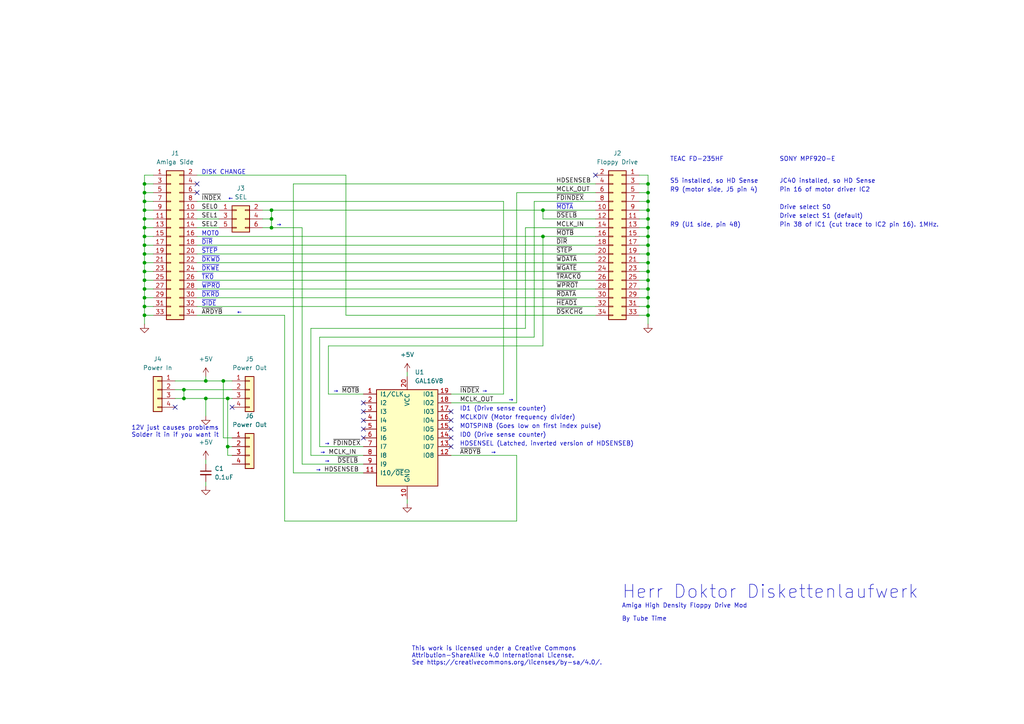
<source format=kicad_sch>
(kicad_sch (version 20230121) (generator eeschema)
  (paper "A4")
  (lib_symbols
    (symbol "Connector_Generic:Conn_01x04" (pin_names (offset 1.016) hide)
      (property "Reference" "J" (at 0 5.08 0))
      (property "Value" "Conn_01x04" (at 0 -7.62 0))
      (symbol "Conn_01x04_1_1"
        (rectangle (start -1.27 -4.953) (end 0 -5.207) (stroke (width 0.1524)))
        (rectangle (start -1.27 -2.413) (end 0 -2.667) (stroke (width 0.1524)))
        (rectangle (start -1.27 0.127) (end 0 -0.127) (stroke (width 0.1524)))
        (rectangle (start -1.27 2.667) (end 0 2.413) (stroke (width 0.1524)))
        (rectangle (start -1.27 3.81) (end 1.27 -6.35) (stroke (width 0.254)) (fill (type background)))
        (pin passive line (at -5.08 2.54 0) (length 3.81) (name "Pin_1") (number "1"))
        (pin passive line (at -5.08 0 0) (length 3.81) (name "Pin_2") (number "2"))
        (pin passive line (at -5.08 -2.54 0) (length 3.81) (name "Pin_3") (number "3"))
        (pin passive line (at -5.08 -5.08 0) (length 3.81) (name "Pin_4") (number "4"))
      )
    )
    (symbol "Connector_Generic:Conn_02x03_Odd_Even" (pin_names (offset 1.016) hide)
      (property "Reference" "J" (at 1.27 5.08 0))
      (property "Value" "Conn_02x03_Odd_Even" (at 1.27 -5.08 0))
      (symbol "Conn_02x03_Odd_Even_1_1"
        (rectangle (start -1.27 -2.413) (end 0 -2.667) (stroke (width 0.1524)))
        (rectangle (start -1.27 0.127) (end 0 -0.127) (stroke (width 0.1524)))
        (rectangle (start -1.27 2.667) (end 0 2.413) (stroke (width 0.1524)))
        (rectangle (start -1.27 3.81) (end 3.81 -3.81) (stroke (width 0.254)) (fill (type background)))
        (rectangle (start 3.81 -2.413) (end 2.54 -2.667) (stroke (width 0.1524)))
        (rectangle (start 3.81 0.127) (end 2.54 -0.127) (stroke (width 0.1524)))
        (rectangle (start 3.81 2.667) (end 2.54 2.413) (stroke (width 0.1524)))
        (pin passive line (at -5.08 2.54 0) (length 3.81) (name "Pin_1") (number "1"))
        (pin passive line (at 7.62 2.54 180) (length 3.81) (name "Pin_2") (number "2"))
        (pin passive line (at -5.08 0 0) (length 3.81) (name "Pin_3") (number "3"))
        (pin passive line (at 7.62 0 180) (length 3.81) (name "Pin_4") (number "4"))
        (pin passive line (at -5.08 -2.54 0) (length 3.81) (name "Pin_5") (number "5"))
        (pin passive line (at 7.62 -2.54 180) (length 3.81) (name "Pin_6") (number "6"))
      )
    )
    (symbol "Connector_Generic:Conn_02x17_Odd_Even" (pin_names (offset 1.016) hide)
      (property "Reference" "J" (at 1.27 22.86 0))
      (property "Value" "Conn_02x17_Odd_Even" (at 1.27 -22.86 0))
      (symbol "Conn_02x17_Odd_Even_1_1"
        (rectangle (start -1.27 -20.193) (end 0 -20.447) (stroke (width 0.1524)))
        (rectangle (start -1.27 -17.653) (end 0 -17.907) (stroke (width 0.1524)))
        (rectangle (start -1.27 -15.113) (end 0 -15.367) (stroke (width 0.1524)))
        (rectangle (start -1.27 -12.573) (end 0 -12.827) (stroke (width 0.1524)))
        (rectangle (start -1.27 -10.033) (end 0 -10.287) (stroke (width 0.1524)))
        (rectangle (start -1.27 -7.493) (end 0 -7.747) (stroke (width 0.1524)))
        (rectangle (start -1.27 -4.953) (end 0 -5.207) (stroke (width 0.1524)))
        (rectangle (start -1.27 -2.413) (end 0 -2.667) (stroke (width 0.1524)))
        (rectangle (start -1.27 0.127) (end 0 -0.127) (stroke (width 0.1524)))
        (rectangle (start -1.27 2.667) (end 0 2.413) (stroke (width 0.1524)))
        (rectangle (start -1.27 5.207) (end 0 4.953) (stroke (width 0.1524)))
        (rectangle (start -1.27 7.747) (end 0 7.493) (stroke (width 0.1524)))
        (rectangle (start -1.27 10.287) (end 0 10.033) (stroke (width 0.1524)))
        (rectangle (start -1.27 12.827) (end 0 12.573) (stroke (width 0.1524)))
        (rectangle (start -1.27 15.367) (end 0 15.113) (stroke (width 0.1524)))
        (rectangle (start -1.27 17.907) (end 0 17.653) (stroke (width 0.1524)))
        (rectangle (start -1.27 20.447) (end 0 20.193) (stroke (width 0.1524)))
        (rectangle (start -1.27 21.59) (end 3.81 -21.59) (stroke (width 0.254)) (fill (type background)))
        (rectangle (start 3.81 -20.193) (end 2.54 -20.447) (stroke (width 0.1524)))
        (rectangle (start 3.81 -17.653) (end 2.54 -17.907) (stroke (width 0.1524)))
        (rectangle (start 3.81 -15.113) (end 2.54 -15.367) (stroke (width 0.1524)))
        (rectangle (start 3.81 -12.573) (end 2.54 -12.827) (stroke (width 0.1524)))
        (rectangle (start 3.81 -10.033) (end 2.54 -10.287) (stroke (width 0.1524)))
        (rectangle (start 3.81 -7.493) (end 2.54 -7.747) (stroke (width 0.1524)))
        (rectangle (start 3.81 -4.953) (end 2.54 -5.207) (stroke (width 0.1524)))
        (rectangle (start 3.81 -2.413) (end 2.54 -2.667) (stroke (width 0.1524)))
        (rectangle (start 3.81 0.127) (end 2.54 -0.127) (stroke (width 0.1524)))
        (rectangle (start 3.81 2.667) (end 2.54 2.413) (stroke (width 0.1524)))
        (rectangle (start 3.81 5.207) (end 2.54 4.953) (stroke (width 0.1524)))
        (rectangle (start 3.81 7.747) (end 2.54 7.493) (stroke (width 0.1524)))
        (rectangle (start 3.81 10.287) (end 2.54 10.033) (stroke (width 0.1524)))
        (rectangle (start 3.81 12.827) (end 2.54 12.573) (stroke (width 0.1524)))
        (rectangle (start 3.81 15.367) (end 2.54 15.113) (stroke (width 0.1524)))
        (rectangle (start 3.81 17.907) (end 2.54 17.653) (stroke (width 0.1524)))
        (rectangle (start 3.81 20.447) (end 2.54 20.193) (stroke (width 0.1524)))
        (pin passive line (at -5.08 20.32 0) (length 3.81) (name "Pin_1") (number "1"))
        (pin passive line (at 7.62 10.16 180) (length 3.81) (name "Pin_10") (number "10"))
        (pin passive line (at -5.08 7.62 0) (length 3.81) (name "Pin_11") (number "11"))
        (pin passive line (at 7.62 7.62 180) (length 3.81) (name "Pin_12") (number "12"))
        (pin passive line (at -5.08 5.08 0) (length 3.81) (name "Pin_13") (number "13"))
        (pin passive line (at 7.62 5.08 180) (length 3.81) (name "Pin_14") (number "14"))
        (pin passive line (at -5.08 2.54 0) (length 3.81) (name "Pin_15") (number "15"))
        (pin passive line (at 7.62 2.54 180) (length 3.81) (name "Pin_16") (number "16"))
        (pin passive line (at -5.08 0 0) (length 3.81) (name "Pin_17") (number "17"))
        (pin passive line (at 7.62 0 180) (length 3.81) (name "Pin_18") (number "18"))
        (pin passive line (at -5.08 -2.54 0) (length 3.81) (name "Pin_19") (number "19"))
        (pin passive line (at 7.62 20.32 180) (length 3.81) (name "Pin_2") (number "2"))
        (pin passive line (at 7.62 -2.54 180) (length 3.81) (name "Pin_20") (number "20"))
        (pin passive line (at -5.08 -5.08 0) (length 3.81) (name "Pin_21") (number "21"))
        (pin passive line (at 7.62 -5.08 180) (length 3.81) (name "Pin_22") (number "22"))
        (pin passive line (at -5.08 -7.62 0) (length 3.81) (name "Pin_23") (number "23"))
        (pin passive line (at 7.62 -7.62 180) (length 3.81) (name "Pin_24") (number "24"))
        (pin passive line (at -5.08 -10.16 0) (length 3.81) (name "Pin_25") (number "25"))
        (pin passive line (at 7.62 -10.16 180) (length 3.81) (name "Pin_26") (number "26"))
        (pin passive line (at -5.08 -12.7 0) (length 3.81) (name "Pin_27") (number "27"))
        (pin passive line (at 7.62 -12.7 180) (length 3.81) (name "Pin_28") (number "28"))
        (pin passive line (at -5.08 -15.24 0) (length 3.81) (name "Pin_29") (number "29"))
        (pin passive line (at -5.08 17.78 0) (length 3.81) (name "Pin_3") (number "3"))
        (pin passive line (at 7.62 -15.24 180) (length 3.81) (name "Pin_30") (number "30"))
        (pin passive line (at -5.08 -17.78 0) (length 3.81) (name "Pin_31") (number "31"))
        (pin passive line (at 7.62 -17.78 180) (length 3.81) (name "Pin_32") (number "32"))
        (pin passive line (at -5.08 -20.32 0) (length 3.81) (name "Pin_33") (number "33"))
        (pin passive line (at 7.62 -20.32 180) (length 3.81) (name "Pin_34") (number "34"))
        (pin passive line (at 7.62 17.78 180) (length 3.81) (name "Pin_4") (number "4"))
        (pin passive line (at -5.08 15.24 0) (length 3.81) (name "Pin_5") (number "5"))
        (pin passive line (at 7.62 15.24 180) (length 3.81) (name "Pin_6") (number "6"))
        (pin passive line (at -5.08 12.7 0) (length 3.81) (name "Pin_7") (number "7"))
        (pin passive line (at 7.62 12.7 180) (length 3.81) (name "Pin_8") (number "8"))
        (pin passive line (at -5.08 10.16 0) (length 3.81) (name "Pin_9") (number "9"))
      )
    )
    (symbol "Device:C_Small" (pin_numbers hide) (pin_names (offset 0.254) hide)
      (property "Reference" "C" (at 0.254 1.778 0))
      (property "Value" "C_Small" (at 0.254 -2.032 0))
      (symbol "C_Small_0_1"
        (polyline (pts (xy -1.524 -0.508) (xy 1.524 -0.508)) (stroke (width 0.3302)))
        (polyline (pts (xy -1.524 0.508) (xy 1.524 0.508)) (stroke (width 0.3048)))
      )
      (symbol "C_Small_1_1"
        (pin passive line (at 0 2.54 270) (length 2.032) (name "~") (number "1"))
        (pin passive line (at 0 -2.54 90) (length 2.032) (name "~") (number "2"))
      )
    )
    (symbol "Logic_Programmable:GAL16V8" (pin_names (offset 1.016))
      (property "Reference" "U" (at -8.89 16.51 0))
      (property "Value" "GAL16V8" (at 1.27 16.51 0))
      (symbol "GAL16V8_0_0"
        (pin power_in line (at 0 -17.78 90) (length 3.81) (name "GND") (number "10"))
        (pin power_in line (at 0 17.78 270) (length 3.81) (name "VCC") (number "20"))
      )
      (symbol "GAL16V8_0_1"
        (rectangle (start -8.89 13.97) (end 8.89 -13.97) (stroke (width 0.254)) (fill (type background)))
      )
      (symbol "GAL16V8_1_1"
        (pin input line (at -12.7 12.7 0) (length 3.81) (name "I1/CLK") (number "1"))
        (pin input line (at -12.7 -10.16 0) (length 3.81) (name "I10/~{OE}") (number "11"))
        (pin tri_state line (at 12.7 -5.08 180) (length 3.81) (name "IO8") (number "12"))
        (pin tri_state line (at 12.7 -2.54 180) (length 3.81) (name "IO7") (number "13"))
        (pin tri_state line (at 12.7 0 180) (length 3.81) (name "IO6") (number "14"))
        (pin tri_state line (at 12.7 2.54 180) (length 3.81) (name "IO5") (number "15"))
        (pin tri_state line (at 12.7 5.08 180) (length 3.81) (name "IO4") (number "16"))
        (pin tri_state line (at 12.7 7.62 180) (length 3.81) (name "I03") (number "17"))
        (pin tri_state line (at 12.7 10.16 180) (length 3.81) (name "IO2") (number "18"))
        (pin tri_state line (at 12.7 12.7 180) (length 3.81) (name "IO1") (number "19"))
        (pin input line (at -12.7 10.16 0) (length 3.81) (name "I2") (number "2"))
        (pin input line (at -12.7 7.62 0) (length 3.81) (name "I3") (number "3"))
        (pin input line (at -12.7 5.08 0) (length 3.81) (name "I4") (number "4"))
        (pin input line (at -12.7 2.54 0) (length 3.81) (name "I5") (number "5"))
        (pin input line (at -12.7 0 0) (length 3.81) (name "I6") (number "6"))
        (pin input line (at -12.7 -2.54 0) (length 3.81) (name "I7") (number "7"))
        (pin input line (at -12.7 -5.08 0) (length 3.81) (name "I8") (number "8"))
        (pin input line (at -12.7 -7.62 0) (length 3.81) (name "I9") (number "9"))
      )
    )
    (symbol "power:+5V" (power) (pin_names (offset 0))
      (property "Value" "+5V" (at 0 3.556 0))
      (symbol "+5V_0_1"
        (polyline (pts (xy -0.762 1.27) (xy 0 2.54)))
        (polyline (pts (xy 0 0) (xy 0 2.54)))
        (polyline (pts (xy 0 2.54) (xy 0.762 1.27)))
      )
      (symbol "+5V_1_1"
        (pin power_in line (at 0 0 90) (length 0) hide (name "+5V") (number "1"))
      )
    )
    (symbol "power:GND" (power) (pin_names (offset 0))
      (property "Value" "GND" (at 0 -3.81 0))
      (symbol "GND_0_1"
        (polyline (pts (xy 0 0) (xy 0 -1.27) (xy 1.27 -1.27) (xy 0 -2.54) (xy -1.27 -1.27) (xy 0 -1.27)))
      )
      (symbol "GND_1_1"
        (pin power_in line (at 0 0 270) (length 0) hide (name "GND") (number "1"))
      )
    )
  )
  (junction (at 41.91 73.66))
  (junction (at 53.34 113.03))
  (junction (at 187.96 91.44))
  (junction (at 187.96 76.2))
  (junction (at 41.91 78.74))
  (junction (at 187.96 53.34))
  (junction (at 187.96 58.42))
  (junction (at 187.96 88.9))
  (junction (at 53.34 115.57))
  (junction (at 59.69 115.57))
  (junction (at 187.96 83.82))
  (junction (at 41.91 66.04))
  (junction (at 187.96 81.28))
  (junction (at 187.96 73.66))
  (junction (at 157.48 60.96))
  (junction (at 187.96 60.96))
  (junction (at 41.91 55.88))
  (junction (at 41.91 81.28))
  (junction (at 78.74 66.04))
  (junction (at 41.91 68.58))
  (junction (at 66.04 115.57))
  (junction (at 41.91 71.12))
  (junction (at 41.91 91.44))
  (junction (at 187.96 71.12))
  (junction (at 41.91 86.36))
  (junction (at 41.91 60.96))
  (junction (at 78.74 60.96))
  (junction (at 78.74 63.5))
  (junction (at 157.48 68.58))
  (junction (at 41.91 58.42))
  (junction (at 187.96 86.36))
  (junction (at 41.91 53.34))
  (junction (at 41.91 83.82))
  (junction (at 64.77 110.49))
  (junction (at 187.96 66.04))
  (junction (at 187.96 63.5))
  (junction (at 187.96 55.88))
  (junction (at 41.91 63.5))
  (junction (at 59.69 110.49))
  (junction (at 41.91 76.2))
  (junction (at 66.04 129.54))
  (junction (at 187.96 68.58))
  (junction (at 187.96 78.74))
  (junction (at 41.91 88.9))
  (no_connect (at 130.81 127))
  (no_connect (at 50.8 118.11))
  (no_connect (at 130.81 121.92))
  (no_connect (at 67.31 118.11))
  (no_connect (at 130.81 119.38))
  (no_connect (at 130.81 124.46))
  (no_connect (at 105.41 121.92))
  (no_connect (at 105.41 127))
  (no_connect (at 130.81 129.54))
  (no_connect (at 105.41 119.38))
  (no_connect (at 57.15 55.88))
  (no_connect (at 105.41 124.46))
  (no_connect (at 57.15 53.34))
  (no_connect (at 172.72 50.8))
  (no_connect (at 105.41 116.84))
  (wire (pts (xy 41.91 60.96) (xy 44.45 60.96)))
  (wire (pts (xy 92.71 97.79) (xy 92.71 129.54)))
  (wire (pts (xy 41.91 53.34) (xy 44.45 53.34)))
  (wire (pts (xy 149.86 132.08) (xy 130.81 132.08)))
  (wire (pts (xy 154.94 97.79) (xy 92.71 97.79)))
  (wire (pts (xy 41.91 63.5) (xy 41.91 66.04)))
  (wire (pts (xy 57.15 68.58) (xy 157.48 68.58)))
  (wire (pts (xy 146.05 114.3) (xy 130.81 114.3)))
  (wire (pts (xy 57.15 58.42) (xy 146.05 58.42)))
  (wire (pts (xy 187.96 86.36) (xy 185.42 86.36)))
  (wire (pts (xy 41.91 88.9) (xy 41.91 91.44)))
  (wire (pts (xy 78.74 60.96) (xy 157.48 60.96)))
  (wire (pts (xy 41.91 60.96) (xy 41.91 63.5)))
  (wire (pts (xy 41.91 68.58) (xy 41.91 71.12)))
  (wire (pts (xy 100.33 91.44) (xy 172.72 91.44)))
  (wire (pts (xy 59.69 139.7) (xy 59.69 140.97)))
  (wire (pts (xy 41.91 73.66) (xy 41.91 76.2)))
  (wire (pts (xy 187.96 50.8) (xy 187.96 53.34)))
  (wire (pts (xy 157.48 68.58) (xy 172.72 68.58)))
  (wire (pts (xy 78.74 66.04) (xy 78.74 63.5)))
  (wire (pts (xy 157.48 68.58) (xy 157.48 100.33)))
  (wire (pts (xy 187.96 81.28) (xy 185.42 81.28)))
  (wire (pts (xy 66.04 115.57) (xy 66.04 129.54)))
  (wire (pts (xy 41.91 71.12) (xy 44.45 71.12)))
  (wire (pts (xy 57.15 83.82) (xy 172.72 83.82)))
  (wire (pts (xy 66.04 115.57) (xy 67.31 115.57)))
  (wire (pts (xy 82.55 151.13) (xy 149.86 151.13)))
  (wire (pts (xy 41.91 63.5) (xy 44.45 63.5)))
  (wire (pts (xy 41.91 86.36) (xy 44.45 86.36)))
  (wire (pts (xy 105.41 137.16) (xy 85.09 137.16)))
  (wire (pts (xy 64.77 110.49) (xy 64.77 127)))
  (wire (pts (xy 187.96 73.66) (xy 185.42 73.66)))
  (wire (pts (xy 87.63 134.62) (xy 105.41 134.62)))
  (wire (pts (xy 187.96 60.96) (xy 187.96 63.5)))
  (wire (pts (xy 67.31 132.08) (xy 66.04 132.08)))
  (wire (pts (xy 57.15 71.12) (xy 172.72 71.12)))
  (wire (pts (xy 187.96 58.42) (xy 187.96 60.96)))
  (wire (pts (xy 41.91 88.9) (xy 44.45 88.9)))
  (wire (pts (xy 41.91 58.42) (xy 41.91 60.96)))
  (wire (pts (xy 118.11 107.95) (xy 118.11 109.22)))
  (wire (pts (xy 59.69 110.49) (xy 64.77 110.49)))
  (wire (pts (xy 53.34 113.03) (xy 67.31 113.03)))
  (wire (pts (xy 149.86 116.84) (xy 130.81 116.84)))
  (wire (pts (xy 187.96 76.2) (xy 187.96 78.74)))
  (wire (pts (xy 57.15 81.28) (xy 172.72 81.28)))
  (wire (pts (xy 41.91 83.82) (xy 41.91 86.36)))
  (wire (pts (xy 157.48 63.5) (xy 172.72 63.5)))
  (wire (pts (xy 187.96 76.2) (xy 185.42 76.2)))
  (wire (pts (xy 90.17 95.25) (xy 152.4 95.25)))
  (wire (pts (xy 187.96 71.12) (xy 187.96 73.66)))
  (wire (pts (xy 50.8 110.49) (xy 59.69 110.49)))
  (wire (pts (xy 41.91 53.34) (xy 41.91 55.88)))
  (wire (pts (xy 187.96 68.58) (xy 185.42 68.58)))
  (wire (pts (xy 187.96 53.34) (xy 187.96 55.88)))
  (wire (pts (xy 41.91 78.74) (xy 44.45 78.74)))
  (wire (pts (xy 85.09 53.34) (xy 172.72 53.34)))
  (wire (pts (xy 57.15 91.44) (xy 82.55 91.44)))
  (wire (pts (xy 57.15 86.36) (xy 172.72 86.36)))
  (wire (pts (xy 187.96 60.96) (xy 185.42 60.96)))
  (wire (pts (xy 50.8 115.57) (xy 53.34 115.57)))
  (wire (pts (xy 53.34 113.03) (xy 53.34 115.57)))
  (wire (pts (xy 146.05 58.42) (xy 146.05 114.3)))
  (wire (pts (xy 41.91 91.44) (xy 41.91 93.98)))
  (wire (pts (xy 100.33 50.8) (xy 100.33 91.44)))
  (wire (pts (xy 41.91 81.28) (xy 41.91 83.82)))
  (wire (pts (xy 50.8 113.03) (xy 53.34 113.03)))
  (wire (pts (xy 66.04 129.54) (xy 67.31 129.54)))
  (wire (pts (xy 59.69 133.35) (xy 59.69 134.62)))
  (wire (pts (xy 157.48 60.96) (xy 172.72 60.96)))
  (wire (pts (xy 187.96 78.74) (xy 187.96 81.28)))
  (wire (pts (xy 57.15 78.74) (xy 172.72 78.74)))
  (wire (pts (xy 59.69 109.22) (xy 59.69 110.49)))
  (wire (pts (xy 82.55 91.44) (xy 82.55 151.13)))
  (wire (pts (xy 187.96 66.04) (xy 185.42 66.04)))
  (wire (pts (xy 187.96 78.74) (xy 185.42 78.74)))
  (wire (pts (xy 41.91 76.2) (xy 44.45 76.2)))
  (wire (pts (xy 41.91 55.88) (xy 44.45 55.88)))
  (wire (pts (xy 90.17 132.08) (xy 90.17 95.25)))
  (wire (pts (xy 59.69 115.57) (xy 66.04 115.57)))
  (wire (pts (xy 41.91 76.2) (xy 41.91 78.74)))
  (wire (pts (xy 187.96 58.42) (xy 185.42 58.42)))
  (wire (pts (xy 149.86 55.88) (xy 149.86 116.84)))
  (wire (pts (xy 187.96 71.12) (xy 185.42 71.12)))
  (wire (pts (xy 57.15 73.66) (xy 172.72 73.66)))
  (wire (pts (xy 187.96 63.5) (xy 185.42 63.5)))
  (wire (pts (xy 44.45 50.8) (xy 41.91 50.8)))
  (wire (pts (xy 57.15 76.2) (xy 172.72 76.2)))
  (wire (pts (xy 154.94 58.42) (xy 154.94 97.79)))
  (wire (pts (xy 152.4 95.25) (xy 152.4 66.04)))
  (wire (pts (xy 187.96 55.88) (xy 187.96 58.42)))
  (wire (pts (xy 87.63 66.04) (xy 87.63 134.62)))
  (wire (pts (xy 172.72 55.88) (xy 149.86 55.88)))
  (wire (pts (xy 187.96 83.82) (xy 187.96 86.36)))
  (wire (pts (xy 172.72 58.42) (xy 154.94 58.42)))
  (wire (pts (xy 41.91 55.88) (xy 41.91 58.42)))
  (wire (pts (xy 187.96 88.9) (xy 185.42 88.9)))
  (wire (pts (xy 64.77 110.49) (xy 67.31 110.49)))
  (wire (pts (xy 187.96 66.04) (xy 187.96 68.58)))
  (wire (pts (xy 41.91 78.74) (xy 41.91 81.28)))
  (wire (pts (xy 57.15 66.04) (xy 63.5 66.04)))
  (wire (pts (xy 187.96 53.34) (xy 185.42 53.34)))
  (wire (pts (xy 76.2 66.04) (xy 78.74 66.04)))
  (wire (pts (xy 187.96 63.5) (xy 187.96 66.04)))
  (wire (pts (xy 105.41 132.08) (xy 90.17 132.08)))
  (wire (pts (xy 118.11 144.78) (xy 118.11 146.05)))
  (wire (pts (xy 187.96 68.58) (xy 187.96 71.12)))
  (wire (pts (xy 41.91 73.66) (xy 44.45 73.66)))
  (wire (pts (xy 57.15 63.5) (xy 63.5 63.5)))
  (wire (pts (xy 64.77 127) (xy 67.31 127)))
  (wire (pts (xy 41.91 50.8) (xy 41.91 53.34)))
  (wire (pts (xy 57.15 50.8) (xy 100.33 50.8)))
  (wire (pts (xy 187.96 88.9) (xy 187.96 91.44)))
  (wire (pts (xy 85.09 137.16) (xy 85.09 53.34)))
  (wire (pts (xy 187.96 83.82) (xy 185.42 83.82)))
  (wire (pts (xy 59.69 115.57) (xy 59.69 120.65)))
  (wire (pts (xy 76.2 60.96) (xy 78.74 60.96)))
  (wire (pts (xy 187.96 86.36) (xy 187.96 88.9)))
  (wire (pts (xy 41.91 66.04) (xy 44.45 66.04)))
  (wire (pts (xy 78.74 60.96) (xy 78.74 63.5)))
  (wire (pts (xy 41.91 71.12) (xy 41.91 73.66)))
  (wire (pts (xy 57.15 88.9) (xy 172.72 88.9)))
  (wire (pts (xy 95.25 114.3) (xy 105.41 114.3)))
  (wire (pts (xy 185.42 50.8) (xy 187.96 50.8)))
  (wire (pts (xy 187.96 55.88) (xy 185.42 55.88)))
  (wire (pts (xy 53.34 115.57) (xy 59.69 115.57)))
  (wire (pts (xy 41.91 86.36) (xy 41.91 88.9)))
  (wire (pts (xy 41.91 58.42) (xy 44.45 58.42)))
  (wire (pts (xy 92.71 129.54) (xy 105.41 129.54)))
  (wire (pts (xy 187.96 91.44) (xy 185.42 91.44)))
  (wire (pts (xy 66.04 132.08) (xy 66.04 129.54)))
  (wire (pts (xy 41.91 68.58) (xy 44.45 68.58)))
  (wire (pts (xy 76.2 63.5) (xy 78.74 63.5)))
  (wire (pts (xy 152.4 66.04) (xy 172.72 66.04)))
  (wire (pts (xy 157.48 100.33) (xy 95.25 100.33)))
  (wire (pts (xy 149.86 151.13) (xy 149.86 132.08)))
  (wire (pts (xy 41.91 83.82) (xy 44.45 83.82)))
  (wire (pts (xy 187.96 81.28) (xy 187.96 83.82)))
  (wire (pts (xy 87.63 66.04) (xy 78.74 66.04)))
  (wire (pts (xy 187.96 91.44) (xy 187.96 93.98)))
  (wire (pts (xy 187.96 73.66) (xy 187.96 76.2)))
  (wire (pts (xy 95.25 100.33) (xy 95.25 114.3)))
  (wire (pts (xy 41.91 66.04) (xy 41.91 68.58)))
  (wire (pts (xy 41.91 91.44) (xy 44.45 91.44)))
  (wire (pts (xy 57.15 60.96) (xy 63.5 60.96)))
  (wire (pts (xy 41.91 81.28) (xy 44.45 81.28)))
  (wire (pts (xy 157.48 60.96) (xy 157.48 63.5)))
  (text "DISK CHANGE" (at 58.42 50.8 0) (effects (font (size 1.27 1.27)) (justify left bottom)))
  (text "~{WPRO}" (at 58.42 83.82 0) (effects (font (size 1.27 1.27)) (justify left bottom)))
  (text "MOTSPINB (Goes low on first index pulse)" (at 133.35 124.46 0) (effects (font (size 1.27 1.27)) (justify left bottom)))
  (text "S5 installed, so HD Sense" (at 194.31 53.34 0) (effects (font (size 1.27 1.27)) (justify left bottom)))
  (text "By Tube Time" (at 180.34 180.34 0) (effects (font (size 1.27 1.27)) (justify left bottom)))
  (text "MCLKDIV (Motor frequency divider)" (at 133.35 121.92 0) (effects (font (size 1.27 1.27)) (justify left bottom)))
  (text "HDSENSEL (Latched, inverted version of HDSENSEB)" (at 133.35 129.54 0) (effects (font (size 1.27 1.27)) (justify left bottom)))
  (text "~{DKWE}" (at 58.42 78.74 0) (effects (font (size 1.27 1.27)) (justify left bottom)))
  (text "→" (at 93.98 129.54 0) (effects (font (size 1.27 1.27)) (justify left bottom)))
  (text "→" (at 139.7 114.3 0) (effects (font (size 1.27 1.27)) (justify left bottom)))
  (text "→" (at 93.98 134.62 0) (effects (font (size 1.27 1.27)) (justify left bottom)))
  (text "→" (at 80.01 66.04 0) (effects (font (size 1.27 1.27)) (justify left bottom)))
  (text "Pin 38 of IC1 (cut trace to IC2 pin 16). 1MHz." (at 226.06 66.04 0) (effects (font (size 1.27 1.27)) (justify left bottom)))
  (text "~{STEP}" (at 58.42 73.66 0) (effects (font (size 1.27 1.27)) (justify left bottom)))
  (text "Amiga High Density Floppy Drive Mod" (at 180.34 176.53 0) (effects (font (size 1.27 1.27)) (justify left bottom)))
  (text "JC40 installed, so HD Sense" (at 226.06 53.34 0) (effects (font (size 1.27 1.27)) (justify left bottom)))
  (text "SONY MPF920-E" (at 226.06 46.99 0) (effects (font (size 1.27 1.27)) (justify left bottom)))
  (text "~{TK0}" (at 58.42 81.28 0) (effects (font (size 1.27 1.27)) (justify left bottom)))
  (text "Herr Doktor Diskettenlaufwerk" (at 180.34 173.99 0) (effects (font (size 3.81 3.81)) (justify left bottom)))
  (text "→" (at 96.52 114.3 0) (effects (font (size 1.27 1.27)) (justify left bottom)))
  (text "~{DIR}" (at 58.42 71.12 0) (effects (font (size 1.27 1.27)) (justify left bottom)))
  (text "→" (at 147.32 116.84 0) (effects (font (size 1.27 1.27)) (justify left bottom)))
  (text "Drive select S1 (default)" (at 226.06 63.5 0) (effects (font (size 1.27 1.27)) (justify left bottom)))
  (text "ID0 (Drive sense counter)" (at 133.35 127 0) (effects (font (size 1.27 1.27)) (justify left bottom)))
  (text "R9 (motor side, J5 pin 4)" (at 194.31 55.88 0) (effects (font (size 1.27 1.27)) (justify left bottom)))
  (text "~{MOTA}" (at 161.29 60.96 0) (effects (font (size 1.27 1.27)) (justify left bottom)))
  (text "→" (at 142.24 132.08 0) (effects (font (size 1.27 1.27)) (justify left bottom)))
  (text "12V just causes problems\nSolder it in if you want it" (at 38.1 127 0) (effects (font (size 1.27 1.27)) (justify left bottom)))
  (text "→" (at 92.71 132.08 0) (effects (font (size 1.27 1.27)) (justify left bottom)))
  (text "←" (at 66.04 58.42 0) (effects (font (size 1.27 1.27)) (justify left bottom)))
  (text "Pin 16 of motor driver IC2" (at 226.06 55.88 0) (effects (font (size 1.27 1.27)) (justify left bottom)))
  (text "~{DKWD}" (at 58.42 76.2 0) (effects (font (size 1.27 1.27)) (justify left bottom)))
  (text "ID1 (Drive sense counter)" (at 133.35 119.38 0) (effects (font (size 1.27 1.27)) (justify left bottom)))
  (text "←" (at 68.58 91.44 0) (effects (font (size 1.27 1.27)) (justify left bottom)))
  (text "~{DKRD}" (at 58.42 86.36 0) (effects (font (size 1.27 1.27)) (justify left bottom)))
  (text "Drive select S0" (at 226.06 60.96 0) (effects (font (size 1.27 1.27)) (justify left bottom)))
  (text "R9 (U1 side, pin 48)" (at 194.31 66.04 0) (effects (font (size 1.27 1.27)) (justify left bottom)))
  (text "MOT0" (at 58.42 68.58 0) (effects (font (size 1.27 1.27)) (justify left bottom)))
  (text "This work is licensed under a Creative Commons\nAttribution-ShareAlike 4.0 International License.\nSee https://creativecommons.org/licenses/by-sa/4.0/.\n" (at 119.38 193.04 0) (effects (font (size 1.27 1.27)) (justify left bottom)))
  (text "→" (at 91.44 137.16 0) (effects (font (size 1.27 1.27)) (justify left bottom)))
  (text "~{SIDE}" (at 58.42 88.9 0) (effects (font (size 1.27 1.27)) (justify left bottom)))
  (text "TEAC FD-235HF" (at 194.31 46.99 0) (effects (font (size 1.27 1.27)) (justify left bottom)))
  (label "~{TRACK0}" (at 161.29 81.28 0))
  (label "~{WGATE}" (at 161.29 78.74 0))
  (label "~{DSKCHG}" (at 161.29 91.44 0))
  (label "~{ARDYB}" (at 133.35 132.08 0))
  (label "MCLK_IN" (at 161.29 66.04 0))
  (label "MCLK_OUT" (at 133.35 116.84 0))
  (label "~{RDATA}" (at 161.29 86.36 0))
  (label "~{DSELB}" (at 161.29 63.5 0))
  (label "~{ARDYB}" (at 58.42 91.44 0))
  (label "~{INDEX}" (at 58.42 58.42 0))
  (label "MCLK_OUT" (at 161.29 55.88 0))
  (label "HDSENSEB" (at 161.29 53.34 0))
  (label "SEL1" (at 58.42 63.5 0))
  (label "~{WPROT}" (at 161.29 83.82 0))
  (label "~{MOTB}" (at 161.29 68.58 0))
  (label "~{HEAD1}" (at 161.29 88.9 0))
  (label "MCLK_IN" (at 95.25 132.08 0))
  (label "SEL2" (at 58.42 66.04 0))
  (label "~{WDATA}" (at 161.29 76.2 0))
  (label "~{FDINDEX}" (at 161.29 58.42 0))
  (label "~{STEP}" (at 161.29 73.66 0))
  (label "HDSENSEB" (at 93.98 137.16 0))
  (label "~{FDINDEX}" (at 96.52 129.54 0))
  (label "SEL0" (at 58.42 60.96 0))
  (label "~{MOTB}" (at 99.06 114.3 0))
  (label "~{DSELB}" (at 97.79 134.62 0))
  (label "~{INDEX}" (at 133.35 114.3 0))
  (label "~{DIR}" (at 161.29 71.12 0))
  (symbol (lib_id "Connector_Generic:Conn_01x04") (at 72.39 129.54 0) (unit 1)
    (property "Reference" "J6" (at 72.39 120.65 0))
    (property "Value" "Power Out" (at 72.39 123.19 0))
    (property "Footprint" "Connector_PinSocket_2.54mm:PinSocket_1x04_P2.54mm_Vertical" (effects hide))
  )
  (symbol (lib_id "power:GND") (at 187.96 93.98 0) (mirror y) (unit 1)
    (property "Reference" "#PWR02" (effects hide))
    (property "Value" "GND" (effects hide))
  )
  (symbol (lib_id "power:GND") (at 41.91 93.98 0) (unit 1)
    (property "Reference" "#PWR01" (effects hide))
    (property "Value" "GND" (effects hide))
  )
  (symbol (lib_id "power:+5V") (at 118.11 107.95 0) (unit 1)
    (property "Reference" "#PWR03" (effects hide))
    (property "Value" "+5V" (at 118.11 102.87 0))
  )
  (symbol (lib_id "Connector_Generic:Conn_02x17_Odd_Even") (at 180.34 71.12 0) (mirror y) (unit 1)
    (property "Reference" "J2" (at 179.07 44.45 0))
    (property "Value" "Floppy Drive" (at 179.07 46.99 0))
    (property "Footprint" "Connector_PinSocket_2.54mm:PinSocket_2x17_P2.54mm_Vertical" (effects hide))
    (property "Mouser" "517-929975-01-17-RK or equiv" (effects hide))
  )
  (symbol (lib_id "Device:C_Small") (at 59.69 137.16 0) (unit 1)
    (property "Reference" "C1" (at 62.23 135.8963 0) (effects (justify left)))
    (property "Value" "0.1uF" (at 62.23 138.4363 0) (effects (justify left)))
    (property "Footprint" "Passive:CAPAC200" (effects hide))
    (property "Mouser" "594-K104K10X7RF53H5 or equiv" (effects hide))
  )
  (symbol (lib_id "Connector_Generic:Conn_01x04") (at 72.39 113.03 0) (unit 1)
    (property "Reference" "J5" (at 72.39 104.14 0))
    (property "Value" "Power Out" (at 72.39 106.68 0))
    (property "Footprint" "Connector_PinSocket_2.54mm:PinSocket_1x04_P2.54mm_Vertical" (effects hide))
    (property "Mouser" "571-5-146763-6 or equiv" (effects hide))
  )
  (symbol (lib_id "Connector_Generic:Conn_02x17_Odd_Even") (at 49.53 71.12 0) (unit 1)
    (property "Reference" "J1" (at 50.8 44.45 0))
    (property "Value" "Amiga Side" (at 50.8 46.99 0))
    (property "Footprint" "Conn:HEADER_2x17_254_SHROUDED" (effects hide))
    (property "Mouser" "737-BHR-34-VUA or equiv" (effects hide))
  )
  (symbol (lib_id "power:+5V") (at 59.69 133.35 0) (unit 1)
    (property "Reference" "#PWR07" (effects hide))
    (property "Value" "+5V" (at 59.69 128.27 0))
  )
  (symbol (lib_id "power:GND") (at 59.69 120.65 0) (unit 1)
    (property "Reference" "#PWR05" (effects hide))
    (property "Value" "GND" (effects hide))
  )
  (symbol (lib_id "power:+5V") (at 59.69 109.22 0) (unit 1)
    (property "Reference" "#PWR06" (effects hide))
    (property "Value" "+5V" (at 59.69 104.14 0))
  )
  (symbol (lib_id "power:GND") (at 59.69 140.97 0) (mirror y) (unit 1)
    (property "Reference" "#PWR08" (effects hide))
    (property "Value" "GND" (effects hide))
  )
  (symbol (lib_id "Connector_Generic:Conn_01x04") (at 45.72 113.03 0) (mirror y) (unit 1)
    (property "Reference" "J4" (at 45.72 104.14 0))
    (property "Value" "Power In" (at 45.72 106.68 0))
    (property "Footprint" "Connector_PinHeader_2.54mm:PinHeader_1x04_P2.54mm_Vertical" (effects hide))
    (property "Mouser" "571-1718254" (effects hide))
  )
  (symbol (lib_id "Logic_Programmable:GAL16V8") (at 118.11 127 0) (unit 1)
    (property "Reference" "U1" (at 120.3041 107.95 0) (effects (justify left)))
    (property "Value" "GAL16V8" (at 120.3041 110.49 0) (effects (justify left)))
    (property "Footprint" "Active:DIP254P762X635-20" (effects hide))
    (property "Mouser" "556-AF16V8B15PU" (effects hide))
  )
  (symbol (lib_id "Connector_Generic:Conn_02x03_Odd_Even") (at 68.58 63.5 0) (unit 1)
    (property "Reference" "J3" (at 69.85 54.61 0))
    (property "Value" "SEL" (at 69.85 57.15 0))
    (property "Footprint" "Connector_PinHeader_2.54mm:PinHeader_2x03_P2.54mm_Vertical" (effects hide))
    (property "Mouser" "(Just use generic breakaway header)" (effects hide))
  )
  (symbol (lib_id "power:GND") (at 118.11 146.05 0) (mirror y) (unit 1)
    (property "Reference" "#PWR04" (effects hide))
    (property "Value" "GND" (effects hide))
  )
)
</source>
